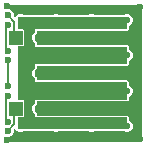
<source format=gbl>
G04*
G04 #@! TF.GenerationSoftware,Altium Limited,Altium Designer,21.5.1 (32)*
G04*
G04 Layer_Physical_Order=2*
G04 Layer_Color=16711680*
%FSLAX44Y44*%
%MOMM*%
G71*
G04*
G04 #@! TF.SameCoordinates,FA4849B1-0F6B-47E3-B241-1F84AE2CF7D8*
G04*
G04*
G04 #@! TF.FilePolarity,Positive*
G04*
G01*
G75*
%ADD17C,0.1270*%
%ADD18C,0.6000*%
G36*
X16750Y84000D02*
X4750D01*
Y96000D01*
X16750D01*
Y84000D01*
D02*
G37*
G36*
Y24000D02*
X4750D01*
Y36000D01*
X16750D01*
Y24000D01*
D02*
G37*
G36*
X105000Y97500D02*
X27500D01*
Y94376D01*
X27168Y94239D01*
X25761Y92832D01*
X25000Y90995D01*
Y89005D01*
X25761Y87168D01*
X27168Y85761D01*
X27500Y85624D01*
Y82500D01*
X105000D01*
Y67500D01*
X27500D01*
Y64377D01*
X27168Y64239D01*
X25761Y62832D01*
X25000Y60995D01*
Y59005D01*
X25761Y57168D01*
X27168Y55761D01*
X27500Y55624D01*
Y52500D01*
X105000D01*
Y37500D01*
X27500D01*
Y34376D01*
X27168Y34239D01*
X25761Y32832D01*
X25000Y30995D01*
Y29005D01*
X25761Y27168D01*
X27168Y25761D01*
X27500Y25624D01*
Y22500D01*
X105000D01*
Y12500D01*
X12500D01*
Y22625D01*
X16750D01*
X17722Y23028D01*
X18125Y24000D01*
Y36000D01*
X17722Y36972D01*
X16750Y37375D01*
X12500D01*
Y82626D01*
X16750D01*
X17722Y83028D01*
X18125Y84000D01*
Y96000D01*
X17722Y96972D01*
X16750Y97375D01*
X12500D01*
Y107500D01*
X105000D01*
Y97500D01*
D02*
G37*
G36*
X117961Y2039D02*
X2039D01*
Y5354D01*
X3006Y6000D01*
X4995D01*
X6832Y6762D01*
X8239Y8168D01*
X9000Y10006D01*
Y11995D01*
X9338Y12500D01*
X10624D01*
X10761Y12168D01*
X12168Y10761D01*
X14005Y10000D01*
X15995D01*
X17832Y10761D01*
X18196Y11125D01*
X41804D01*
X42168Y10761D01*
X44005Y10000D01*
X45995D01*
X47832Y10761D01*
X48196Y11125D01*
X71804D01*
X72168Y10761D01*
X74005Y10000D01*
X75995D01*
X77832Y10761D01*
X78196Y11125D01*
X101804D01*
X102168Y10761D01*
X104005Y10000D01*
X105995D01*
X107832Y10761D01*
X109239Y12168D01*
X110000Y14005D01*
Y15995D01*
X109239Y17832D01*
X107832Y19239D01*
X106375Y19843D01*
Y22500D01*
X105972Y23472D01*
X105000Y23875D01*
X28875D01*
Y25624D01*
X28770Y25876D01*
Y26150D01*
X28577Y26343D01*
X28472Y26596D01*
X28219Y26700D01*
X28026Y26893D01*
X27946Y26927D01*
X27500Y27373D01*
Y32627D01*
X27946Y33073D01*
X28026Y33106D01*
X28219Y33300D01*
X28472Y33404D01*
X28577Y33657D01*
X28770Y33850D01*
Y34124D01*
X28875Y34376D01*
Y36125D01*
X105000D01*
X105972Y36528D01*
X106375Y37500D01*
Y40157D01*
X107832Y40761D01*
X109239Y42168D01*
X110000Y44005D01*
Y45995D01*
X109239Y47832D01*
X107832Y49239D01*
X106375Y49843D01*
Y52500D01*
X105972Y53472D01*
X105000Y53875D01*
X28875D01*
Y55624D01*
X28770Y55876D01*
Y56150D01*
X28577Y56343D01*
X28472Y56596D01*
X28219Y56700D01*
X28026Y56894D01*
X27946Y56927D01*
X27500Y57373D01*
Y62627D01*
X27946Y63074D01*
X28026Y63106D01*
X28219Y63300D01*
X28472Y63404D01*
X28577Y63657D01*
X28770Y63850D01*
Y64124D01*
X28875Y64377D01*
Y66125D01*
X105000D01*
X105972Y66528D01*
X106375Y67500D01*
Y70157D01*
X107832Y70761D01*
X109239Y72168D01*
X110000Y74005D01*
Y75995D01*
X109239Y77832D01*
X107832Y79239D01*
X106375Y79843D01*
Y82500D01*
X105972Y83472D01*
X105000Y83875D01*
X28875D01*
Y85624D01*
X28770Y85876D01*
Y86150D01*
X28577Y86343D01*
X28472Y86596D01*
X28219Y86700D01*
X28026Y86894D01*
X27946Y86926D01*
X27500Y87373D01*
Y92627D01*
X27946Y93073D01*
X28026Y93106D01*
X28219Y93300D01*
X28472Y93404D01*
X28577Y93657D01*
X28770Y93850D01*
Y94124D01*
X28875Y94376D01*
Y96125D01*
X105000D01*
X105972Y96528D01*
X106375Y97500D01*
Y100157D01*
X107832Y100761D01*
X109239Y102168D01*
X110000Y104005D01*
Y105995D01*
X109239Y107832D01*
X107832Y109239D01*
X105995Y110000D01*
X104005D01*
X102168Y109239D01*
X101804Y108875D01*
X78196D01*
X77832Y109239D01*
X75995Y110000D01*
X74005D01*
X72168Y109239D01*
X71804Y108875D01*
X48196D01*
X47832Y109239D01*
X45995Y110000D01*
X44005D01*
X42168Y109239D01*
X41804Y108875D01*
X18196D01*
X17832Y109239D01*
X15995Y110000D01*
X14005D01*
X12168Y109239D01*
X10761Y107832D01*
X10624Y107500D01*
X9338D01*
X9000Y108006D01*
Y109995D01*
X8239Y111832D01*
X6832Y113239D01*
X4995Y114000D01*
X3006D01*
X2039Y114646D01*
Y117961D01*
X117961D01*
Y2039D01*
D02*
G37*
D17*
X4000Y11000D02*
X9750Y16750D01*
Y30000D01*
Y90000D02*
Y103250D01*
X4000Y109000D02*
X9750Y103250D01*
X4000Y79000D02*
Y80280D01*
X2635Y81645D02*
Y98355D01*
X4000Y99720D02*
Y101000D01*
X2635Y81645D02*
X4000Y80280D01*
X2635Y98355D02*
X4000Y99720D01*
X2635Y21645D02*
X4000Y20280D01*
X2635Y38355D02*
X4000Y39720D01*
Y19000D02*
Y20280D01*
X2635Y21645D02*
Y38355D01*
X4000Y39720D02*
Y41000D01*
X3500Y3500D02*
X21635D01*
X4000Y49000D02*
Y71000D01*
D18*
Y11000D02*
D03*
X3500Y3500D02*
D03*
Y116500D02*
D03*
X4000Y109000D02*
D03*
X15000Y15000D02*
D03*
X116000Y116000D02*
D03*
X90000Y115000D02*
D03*
X60000D02*
D03*
X30000D02*
D03*
X116000Y4000D02*
D03*
X90000Y5000D02*
D03*
X60000D02*
D03*
X30000D02*
D03*
X105000Y15000D02*
D03*
Y45000D02*
D03*
Y75000D02*
D03*
Y105000D02*
D03*
X90000Y90000D02*
D03*
X75000Y105000D02*
D03*
X60000Y90000D02*
D03*
X45000Y105000D02*
D03*
X15000D02*
D03*
X30000Y90000D02*
D03*
Y60000D02*
D03*
X15000Y75000D02*
D03*
X60000Y60000D02*
D03*
X45000Y75000D02*
D03*
X75000D02*
D03*
X90000Y60000D02*
D03*
X75000Y45000D02*
D03*
X90000Y30000D02*
D03*
X75000Y15000D02*
D03*
X60000Y30000D02*
D03*
X45000Y15000D02*
D03*
Y45000D02*
D03*
X30000Y30000D02*
D03*
X4000Y101000D02*
D03*
Y79000D02*
D03*
Y71000D02*
D03*
Y49000D02*
D03*
Y41000D02*
D03*
Y19000D02*
D03*
X15000Y45000D02*
D03*
M02*

</source>
